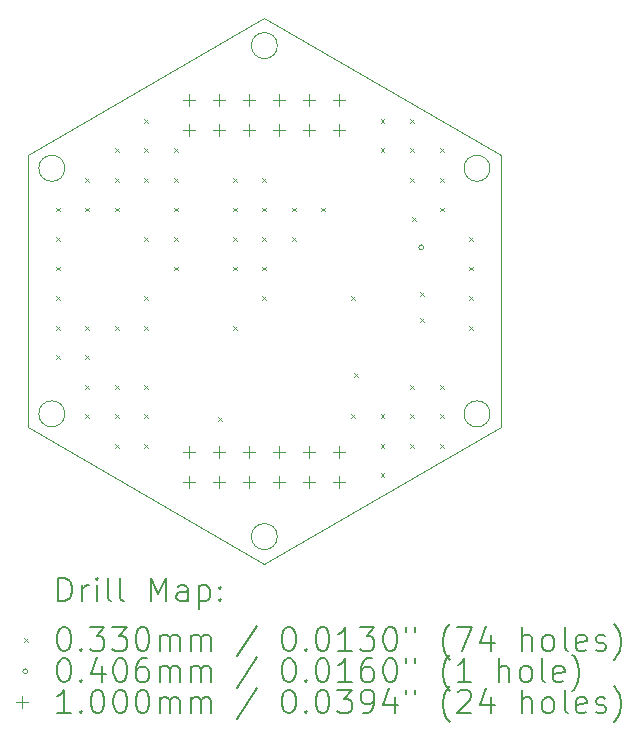
<source format=gbr>
%TF.GenerationSoftware,KiCad,Pcbnew,7.0.5*%
%TF.CreationDate,2023-06-02T12:32:44-04:00*%
%TF.ProjectId,DATA_STORAGE,44415441-5f53-4544-9f52-4147452e6b69,rev?*%
%TF.SameCoordinates,Original*%
%TF.FileFunction,Drillmap*%
%TF.FilePolarity,Positive*%
%FSLAX45Y45*%
G04 Gerber Fmt 4.5, Leading zero omitted, Abs format (unit mm)*
G04 Created by KiCad (PCBNEW 7.0.5) date 2023-06-02 12:32:44*
%MOMM*%
%LPD*%
G01*
G04 APERTURE LIST*
%ADD10C,0.100000*%
%ADD11C,0.200000*%
%ADD12C,0.033020*%
%ADD13C,0.040640*%
G04 APERTURE END LIST*
D10*
X13016000Y-8855761D02*
X13016000Y-11165162D01*
X16926000Y-11049692D02*
G75*
G03*
X16926000Y-11049692I-110000J0D01*
G01*
X13016000Y-11165162D02*
X15016000Y-12319862D01*
X16926000Y-8971231D02*
G75*
G03*
X16926000Y-8971231I-110000J0D01*
G01*
X13326000Y-8971231D02*
G75*
G03*
X13326000Y-8971231I-110000J0D01*
G01*
X15016000Y-7701060D02*
X13016000Y-8855761D01*
X17016000Y-8855761D02*
X15016000Y-7701060D01*
X15126000Y-7932000D02*
G75*
G03*
X15126000Y-7932000I-110000J0D01*
G01*
X15126000Y-12088922D02*
G75*
G03*
X15126000Y-12088922I-110000J0D01*
G01*
X17016000Y-11165162D02*
X17016000Y-8855761D01*
X15016000Y-12319862D02*
X17016000Y-11165162D01*
X13326000Y-11049692D02*
G75*
G03*
X13326000Y-11049692I-110000J0D01*
G01*
D11*
D12*
X13249490Y-9303352D02*
X13282510Y-9336372D01*
X13282510Y-9303352D02*
X13249490Y-9336372D01*
X13249490Y-9553352D02*
X13282510Y-9586372D01*
X13282510Y-9553352D02*
X13249490Y-9586372D01*
X13249490Y-9803352D02*
X13282510Y-9836372D01*
X13282510Y-9803352D02*
X13249490Y-9836372D01*
X13249490Y-10053352D02*
X13282510Y-10086372D01*
X13282510Y-10053352D02*
X13249490Y-10086372D01*
X13249490Y-10303352D02*
X13282510Y-10336372D01*
X13282510Y-10303352D02*
X13249490Y-10336372D01*
X13249490Y-10553352D02*
X13282510Y-10586372D01*
X13282510Y-10553352D02*
X13249490Y-10586372D01*
X13499490Y-9053352D02*
X13532510Y-9086372D01*
X13532510Y-9053352D02*
X13499490Y-9086372D01*
X13499490Y-9303352D02*
X13532510Y-9336372D01*
X13532510Y-9303352D02*
X13499490Y-9336372D01*
X13499490Y-10303352D02*
X13532510Y-10336372D01*
X13532510Y-10303352D02*
X13499490Y-10336372D01*
X13499490Y-10553352D02*
X13532510Y-10586372D01*
X13532510Y-10553352D02*
X13499490Y-10586372D01*
X13499490Y-10803352D02*
X13532510Y-10836372D01*
X13532510Y-10803352D02*
X13499490Y-10836372D01*
X13499490Y-11053352D02*
X13532510Y-11086372D01*
X13532510Y-11053352D02*
X13499490Y-11086372D01*
X13749490Y-8803352D02*
X13782510Y-8836372D01*
X13782510Y-8803352D02*
X13749490Y-8836372D01*
X13749490Y-9053352D02*
X13782510Y-9086372D01*
X13782510Y-9053352D02*
X13749490Y-9086372D01*
X13749490Y-9303352D02*
X13782510Y-9336372D01*
X13782510Y-9303352D02*
X13749490Y-9336372D01*
X13749490Y-10303352D02*
X13782510Y-10336372D01*
X13782510Y-10303352D02*
X13749490Y-10336372D01*
X13749490Y-10803352D02*
X13782510Y-10836372D01*
X13782510Y-10803352D02*
X13749490Y-10836372D01*
X13749490Y-11053352D02*
X13782510Y-11086372D01*
X13782510Y-11053352D02*
X13749490Y-11086372D01*
X13749490Y-11303352D02*
X13782510Y-11336372D01*
X13782510Y-11303352D02*
X13749490Y-11336372D01*
X13999490Y-8553352D02*
X14032510Y-8586372D01*
X14032510Y-8553352D02*
X13999490Y-8586372D01*
X13999490Y-8803352D02*
X14032510Y-8836372D01*
X14032510Y-8803352D02*
X13999490Y-8836372D01*
X13999490Y-9053352D02*
X14032510Y-9086372D01*
X14032510Y-9053352D02*
X13999490Y-9086372D01*
X13999490Y-9553352D02*
X14032510Y-9586372D01*
X14032510Y-9553352D02*
X13999490Y-9586372D01*
X13999490Y-10053352D02*
X14032510Y-10086372D01*
X14032510Y-10053352D02*
X13999490Y-10086372D01*
X13999490Y-10303352D02*
X14032510Y-10336372D01*
X14032510Y-10303352D02*
X13999490Y-10336372D01*
X13999490Y-10803352D02*
X14032510Y-10836372D01*
X14032510Y-10803352D02*
X13999490Y-10836372D01*
X13999490Y-11053352D02*
X14032510Y-11086372D01*
X14032510Y-11053352D02*
X13999490Y-11086372D01*
X13999490Y-11303352D02*
X14032510Y-11336372D01*
X14032510Y-11303352D02*
X13999490Y-11336372D01*
X14249490Y-8803352D02*
X14282510Y-8836372D01*
X14282510Y-8803352D02*
X14249490Y-8836372D01*
X14249490Y-9053352D02*
X14282510Y-9086372D01*
X14282510Y-9053352D02*
X14249490Y-9086372D01*
X14249490Y-9303352D02*
X14282510Y-9336372D01*
X14282510Y-9303352D02*
X14249490Y-9336372D01*
X14249490Y-9553352D02*
X14282510Y-9586372D01*
X14282510Y-9553352D02*
X14249490Y-9586372D01*
X14249490Y-9803352D02*
X14282510Y-9836372D01*
X14282510Y-9803352D02*
X14249490Y-9836372D01*
X14620490Y-11080352D02*
X14653510Y-11113372D01*
X14653510Y-11080352D02*
X14620490Y-11113372D01*
X14749490Y-9053352D02*
X14782510Y-9086372D01*
X14782510Y-9053352D02*
X14749490Y-9086372D01*
X14749490Y-9303352D02*
X14782510Y-9336372D01*
X14782510Y-9303352D02*
X14749490Y-9336372D01*
X14749490Y-9553352D02*
X14782510Y-9586372D01*
X14782510Y-9553352D02*
X14749490Y-9586372D01*
X14749490Y-9803352D02*
X14782510Y-9836372D01*
X14782510Y-9803352D02*
X14749490Y-9836372D01*
X14749490Y-10303352D02*
X14782510Y-10336372D01*
X14782510Y-10303352D02*
X14749490Y-10336372D01*
X14999490Y-9053352D02*
X15032510Y-9086372D01*
X15032510Y-9053352D02*
X14999490Y-9086372D01*
X14999490Y-9303352D02*
X15032510Y-9336372D01*
X15032510Y-9303352D02*
X14999490Y-9336372D01*
X14999490Y-9553352D02*
X15032510Y-9586372D01*
X15032510Y-9553352D02*
X14999490Y-9586372D01*
X14999490Y-9803352D02*
X15032510Y-9836372D01*
X15032510Y-9803352D02*
X14999490Y-9836372D01*
X14999490Y-10053352D02*
X15032510Y-10086372D01*
X15032510Y-10053352D02*
X14999490Y-10086372D01*
X15249490Y-9303352D02*
X15282510Y-9336372D01*
X15282510Y-9303352D02*
X15249490Y-9336372D01*
X15249490Y-9553352D02*
X15282510Y-9586372D01*
X15282510Y-9553352D02*
X15249490Y-9586372D01*
X15499490Y-9303352D02*
X15532510Y-9336372D01*
X15532510Y-9303352D02*
X15499490Y-9336372D01*
X15749490Y-10053352D02*
X15782510Y-10086372D01*
X15782510Y-10053352D02*
X15749490Y-10086372D01*
X15749490Y-11053352D02*
X15782510Y-11086372D01*
X15782510Y-11053352D02*
X15749490Y-11086372D01*
X15775490Y-10704352D02*
X15808510Y-10737372D01*
X15808510Y-10704352D02*
X15775490Y-10737372D01*
X15999490Y-8553352D02*
X16032510Y-8586372D01*
X16032510Y-8553352D02*
X15999490Y-8586372D01*
X15999490Y-8803352D02*
X16032510Y-8836372D01*
X16032510Y-8803352D02*
X15999490Y-8836372D01*
X15999490Y-11053352D02*
X16032510Y-11086372D01*
X16032510Y-11053352D02*
X15999490Y-11086372D01*
X15999490Y-11303352D02*
X16032510Y-11336372D01*
X16032510Y-11303352D02*
X15999490Y-11336372D01*
X15999490Y-11553352D02*
X16032510Y-11586372D01*
X16032510Y-11553352D02*
X15999490Y-11586372D01*
X16249490Y-8553352D02*
X16282510Y-8586372D01*
X16282510Y-8553352D02*
X16249490Y-8586372D01*
X16249490Y-8803352D02*
X16282510Y-8836372D01*
X16282510Y-8803352D02*
X16249490Y-8836372D01*
X16249490Y-9053352D02*
X16282510Y-9086372D01*
X16282510Y-9053352D02*
X16249490Y-9086372D01*
X16249490Y-10803352D02*
X16282510Y-10836372D01*
X16282510Y-10803352D02*
X16249490Y-10836372D01*
X16249490Y-11053352D02*
X16282510Y-11086372D01*
X16282510Y-11053352D02*
X16249490Y-11086372D01*
X16249490Y-11303352D02*
X16282510Y-11336372D01*
X16282510Y-11303352D02*
X16249490Y-11336372D01*
X16262490Y-9380352D02*
X16295510Y-9413372D01*
X16295510Y-9380352D02*
X16262490Y-9413372D01*
X16334490Y-10021451D02*
X16367510Y-10054471D01*
X16367510Y-10021451D02*
X16334490Y-10054471D01*
X16334490Y-10241451D02*
X16367510Y-10274471D01*
X16367510Y-10241451D02*
X16334490Y-10274471D01*
X16499490Y-8803352D02*
X16532510Y-8836372D01*
X16532510Y-8803352D02*
X16499490Y-8836372D01*
X16499490Y-9053352D02*
X16532510Y-9086372D01*
X16532510Y-9053352D02*
X16499490Y-9086372D01*
X16499490Y-9303352D02*
X16532510Y-9336372D01*
X16532510Y-9303352D02*
X16499490Y-9336372D01*
X16499490Y-10803352D02*
X16532510Y-10836372D01*
X16532510Y-10803352D02*
X16499490Y-10836372D01*
X16499490Y-11053352D02*
X16532510Y-11086372D01*
X16532510Y-11053352D02*
X16499490Y-11086372D01*
X16499490Y-11303352D02*
X16532510Y-11336372D01*
X16532510Y-11303352D02*
X16499490Y-11336372D01*
X16749490Y-9553352D02*
X16782510Y-9586372D01*
X16782510Y-9553352D02*
X16749490Y-9586372D01*
X16749490Y-9803352D02*
X16782510Y-9836372D01*
X16782510Y-9803352D02*
X16749490Y-9836372D01*
X16749490Y-10053352D02*
X16782510Y-10086372D01*
X16782510Y-10053352D02*
X16749490Y-10086372D01*
X16749490Y-10303352D02*
X16782510Y-10336372D01*
X16782510Y-10303352D02*
X16749490Y-10336372D01*
D13*
X16364320Y-9639862D02*
G75*
G03*
X16364320Y-9639862I-20320J0D01*
G01*
D10*
X14381000Y-8342560D02*
X14381000Y-8442560D01*
X14331000Y-8392560D02*
X14431000Y-8392560D01*
X14381000Y-8596560D02*
X14381000Y-8696560D01*
X14331000Y-8646560D02*
X14431000Y-8646560D01*
X14381000Y-11324362D02*
X14381000Y-11424362D01*
X14331000Y-11374362D02*
X14431000Y-11374362D01*
X14381000Y-11578362D02*
X14381000Y-11678362D01*
X14331000Y-11628362D02*
X14431000Y-11628362D01*
X14635000Y-8342560D02*
X14635000Y-8442560D01*
X14585000Y-8392560D02*
X14685000Y-8392560D01*
X14635000Y-8596560D02*
X14635000Y-8696560D01*
X14585000Y-8646560D02*
X14685000Y-8646560D01*
X14635000Y-11324362D02*
X14635000Y-11424362D01*
X14585000Y-11374362D02*
X14685000Y-11374362D01*
X14635000Y-11578362D02*
X14635000Y-11678362D01*
X14585000Y-11628362D02*
X14685000Y-11628362D01*
X14889000Y-8342560D02*
X14889000Y-8442560D01*
X14839000Y-8392560D02*
X14939000Y-8392560D01*
X14889000Y-8596560D02*
X14889000Y-8696560D01*
X14839000Y-8646560D02*
X14939000Y-8646560D01*
X14889000Y-11324362D02*
X14889000Y-11424362D01*
X14839000Y-11374362D02*
X14939000Y-11374362D01*
X14889000Y-11578362D02*
X14889000Y-11678362D01*
X14839000Y-11628362D02*
X14939000Y-11628362D01*
X15143000Y-8342560D02*
X15143000Y-8442560D01*
X15093000Y-8392560D02*
X15193000Y-8392560D01*
X15143000Y-8596560D02*
X15143000Y-8696560D01*
X15093000Y-8646560D02*
X15193000Y-8646560D01*
X15143000Y-11324362D02*
X15143000Y-11424362D01*
X15093000Y-11374362D02*
X15193000Y-11374362D01*
X15143000Y-11578362D02*
X15143000Y-11678362D01*
X15093000Y-11628362D02*
X15193000Y-11628362D01*
X15397000Y-8342560D02*
X15397000Y-8442560D01*
X15347000Y-8392560D02*
X15447000Y-8392560D01*
X15397000Y-8596560D02*
X15397000Y-8696560D01*
X15347000Y-8646560D02*
X15447000Y-8646560D01*
X15397000Y-11324362D02*
X15397000Y-11424362D01*
X15347000Y-11374362D02*
X15447000Y-11374362D01*
X15397000Y-11578362D02*
X15397000Y-11678362D01*
X15347000Y-11628362D02*
X15447000Y-11628362D01*
X15651000Y-8342560D02*
X15651000Y-8442560D01*
X15601000Y-8392560D02*
X15701000Y-8392560D01*
X15651000Y-8596560D02*
X15651000Y-8696560D01*
X15601000Y-8646560D02*
X15701000Y-8646560D01*
X15651000Y-11324362D02*
X15651000Y-11424362D01*
X15601000Y-11374362D02*
X15701000Y-11374362D01*
X15651000Y-11578362D02*
X15651000Y-11678362D01*
X15601000Y-11628362D02*
X15701000Y-11628362D01*
D11*
X13271777Y-12636346D02*
X13271777Y-12436346D01*
X13271777Y-12436346D02*
X13319396Y-12436346D01*
X13319396Y-12436346D02*
X13347967Y-12445870D01*
X13347967Y-12445870D02*
X13367015Y-12464917D01*
X13367015Y-12464917D02*
X13376539Y-12483965D01*
X13376539Y-12483965D02*
X13386062Y-12522060D01*
X13386062Y-12522060D02*
X13386062Y-12550632D01*
X13386062Y-12550632D02*
X13376539Y-12588727D01*
X13376539Y-12588727D02*
X13367015Y-12607774D01*
X13367015Y-12607774D02*
X13347967Y-12626822D01*
X13347967Y-12626822D02*
X13319396Y-12636346D01*
X13319396Y-12636346D02*
X13271777Y-12636346D01*
X13471777Y-12636346D02*
X13471777Y-12503012D01*
X13471777Y-12541108D02*
X13481301Y-12522060D01*
X13481301Y-12522060D02*
X13490824Y-12512536D01*
X13490824Y-12512536D02*
X13509872Y-12503012D01*
X13509872Y-12503012D02*
X13528920Y-12503012D01*
X13595586Y-12636346D02*
X13595586Y-12503012D01*
X13595586Y-12436346D02*
X13586062Y-12445870D01*
X13586062Y-12445870D02*
X13595586Y-12455393D01*
X13595586Y-12455393D02*
X13605110Y-12445870D01*
X13605110Y-12445870D02*
X13595586Y-12436346D01*
X13595586Y-12436346D02*
X13595586Y-12455393D01*
X13719396Y-12636346D02*
X13700348Y-12626822D01*
X13700348Y-12626822D02*
X13690824Y-12607774D01*
X13690824Y-12607774D02*
X13690824Y-12436346D01*
X13824158Y-12636346D02*
X13805110Y-12626822D01*
X13805110Y-12626822D02*
X13795586Y-12607774D01*
X13795586Y-12607774D02*
X13795586Y-12436346D01*
X14052729Y-12636346D02*
X14052729Y-12436346D01*
X14052729Y-12436346D02*
X14119396Y-12579203D01*
X14119396Y-12579203D02*
X14186062Y-12436346D01*
X14186062Y-12436346D02*
X14186062Y-12636346D01*
X14367015Y-12636346D02*
X14367015Y-12531584D01*
X14367015Y-12531584D02*
X14357491Y-12512536D01*
X14357491Y-12512536D02*
X14338443Y-12503012D01*
X14338443Y-12503012D02*
X14300348Y-12503012D01*
X14300348Y-12503012D02*
X14281301Y-12512536D01*
X14367015Y-12626822D02*
X14347967Y-12636346D01*
X14347967Y-12636346D02*
X14300348Y-12636346D01*
X14300348Y-12636346D02*
X14281301Y-12626822D01*
X14281301Y-12626822D02*
X14271777Y-12607774D01*
X14271777Y-12607774D02*
X14271777Y-12588727D01*
X14271777Y-12588727D02*
X14281301Y-12569679D01*
X14281301Y-12569679D02*
X14300348Y-12560155D01*
X14300348Y-12560155D02*
X14347967Y-12560155D01*
X14347967Y-12560155D02*
X14367015Y-12550632D01*
X14462253Y-12503012D02*
X14462253Y-12703012D01*
X14462253Y-12512536D02*
X14481301Y-12503012D01*
X14481301Y-12503012D02*
X14519396Y-12503012D01*
X14519396Y-12503012D02*
X14538443Y-12512536D01*
X14538443Y-12512536D02*
X14547967Y-12522060D01*
X14547967Y-12522060D02*
X14557491Y-12541108D01*
X14557491Y-12541108D02*
X14557491Y-12598251D01*
X14557491Y-12598251D02*
X14547967Y-12617298D01*
X14547967Y-12617298D02*
X14538443Y-12626822D01*
X14538443Y-12626822D02*
X14519396Y-12636346D01*
X14519396Y-12636346D02*
X14481301Y-12636346D01*
X14481301Y-12636346D02*
X14462253Y-12626822D01*
X14643205Y-12617298D02*
X14652729Y-12626822D01*
X14652729Y-12626822D02*
X14643205Y-12636346D01*
X14643205Y-12636346D02*
X14633682Y-12626822D01*
X14633682Y-12626822D02*
X14643205Y-12617298D01*
X14643205Y-12617298D02*
X14643205Y-12636346D01*
X14643205Y-12512536D02*
X14652729Y-12522060D01*
X14652729Y-12522060D02*
X14643205Y-12531584D01*
X14643205Y-12531584D02*
X14633682Y-12522060D01*
X14633682Y-12522060D02*
X14643205Y-12512536D01*
X14643205Y-12512536D02*
X14643205Y-12531584D01*
D12*
X12977980Y-12948352D02*
X13011000Y-12981372D01*
X13011000Y-12948352D02*
X12977980Y-12981372D01*
D11*
X13309872Y-12856346D02*
X13328920Y-12856346D01*
X13328920Y-12856346D02*
X13347967Y-12865870D01*
X13347967Y-12865870D02*
X13357491Y-12875393D01*
X13357491Y-12875393D02*
X13367015Y-12894441D01*
X13367015Y-12894441D02*
X13376539Y-12932536D01*
X13376539Y-12932536D02*
X13376539Y-12980155D01*
X13376539Y-12980155D02*
X13367015Y-13018251D01*
X13367015Y-13018251D02*
X13357491Y-13037298D01*
X13357491Y-13037298D02*
X13347967Y-13046822D01*
X13347967Y-13046822D02*
X13328920Y-13056346D01*
X13328920Y-13056346D02*
X13309872Y-13056346D01*
X13309872Y-13056346D02*
X13290824Y-13046822D01*
X13290824Y-13046822D02*
X13281301Y-13037298D01*
X13281301Y-13037298D02*
X13271777Y-13018251D01*
X13271777Y-13018251D02*
X13262253Y-12980155D01*
X13262253Y-12980155D02*
X13262253Y-12932536D01*
X13262253Y-12932536D02*
X13271777Y-12894441D01*
X13271777Y-12894441D02*
X13281301Y-12875393D01*
X13281301Y-12875393D02*
X13290824Y-12865870D01*
X13290824Y-12865870D02*
X13309872Y-12856346D01*
X13462253Y-13037298D02*
X13471777Y-13046822D01*
X13471777Y-13046822D02*
X13462253Y-13056346D01*
X13462253Y-13056346D02*
X13452729Y-13046822D01*
X13452729Y-13046822D02*
X13462253Y-13037298D01*
X13462253Y-13037298D02*
X13462253Y-13056346D01*
X13538443Y-12856346D02*
X13662253Y-12856346D01*
X13662253Y-12856346D02*
X13595586Y-12932536D01*
X13595586Y-12932536D02*
X13624158Y-12932536D01*
X13624158Y-12932536D02*
X13643205Y-12942060D01*
X13643205Y-12942060D02*
X13652729Y-12951584D01*
X13652729Y-12951584D02*
X13662253Y-12970632D01*
X13662253Y-12970632D02*
X13662253Y-13018251D01*
X13662253Y-13018251D02*
X13652729Y-13037298D01*
X13652729Y-13037298D02*
X13643205Y-13046822D01*
X13643205Y-13046822D02*
X13624158Y-13056346D01*
X13624158Y-13056346D02*
X13567015Y-13056346D01*
X13567015Y-13056346D02*
X13547967Y-13046822D01*
X13547967Y-13046822D02*
X13538443Y-13037298D01*
X13728920Y-12856346D02*
X13852729Y-12856346D01*
X13852729Y-12856346D02*
X13786062Y-12932536D01*
X13786062Y-12932536D02*
X13814634Y-12932536D01*
X13814634Y-12932536D02*
X13833682Y-12942060D01*
X13833682Y-12942060D02*
X13843205Y-12951584D01*
X13843205Y-12951584D02*
X13852729Y-12970632D01*
X13852729Y-12970632D02*
X13852729Y-13018251D01*
X13852729Y-13018251D02*
X13843205Y-13037298D01*
X13843205Y-13037298D02*
X13833682Y-13046822D01*
X13833682Y-13046822D02*
X13814634Y-13056346D01*
X13814634Y-13056346D02*
X13757491Y-13056346D01*
X13757491Y-13056346D02*
X13738443Y-13046822D01*
X13738443Y-13046822D02*
X13728920Y-13037298D01*
X13976539Y-12856346D02*
X13995586Y-12856346D01*
X13995586Y-12856346D02*
X14014634Y-12865870D01*
X14014634Y-12865870D02*
X14024158Y-12875393D01*
X14024158Y-12875393D02*
X14033682Y-12894441D01*
X14033682Y-12894441D02*
X14043205Y-12932536D01*
X14043205Y-12932536D02*
X14043205Y-12980155D01*
X14043205Y-12980155D02*
X14033682Y-13018251D01*
X14033682Y-13018251D02*
X14024158Y-13037298D01*
X14024158Y-13037298D02*
X14014634Y-13046822D01*
X14014634Y-13046822D02*
X13995586Y-13056346D01*
X13995586Y-13056346D02*
X13976539Y-13056346D01*
X13976539Y-13056346D02*
X13957491Y-13046822D01*
X13957491Y-13046822D02*
X13947967Y-13037298D01*
X13947967Y-13037298D02*
X13938443Y-13018251D01*
X13938443Y-13018251D02*
X13928920Y-12980155D01*
X13928920Y-12980155D02*
X13928920Y-12932536D01*
X13928920Y-12932536D02*
X13938443Y-12894441D01*
X13938443Y-12894441D02*
X13947967Y-12875393D01*
X13947967Y-12875393D02*
X13957491Y-12865870D01*
X13957491Y-12865870D02*
X13976539Y-12856346D01*
X14128920Y-13056346D02*
X14128920Y-12923012D01*
X14128920Y-12942060D02*
X14138443Y-12932536D01*
X14138443Y-12932536D02*
X14157491Y-12923012D01*
X14157491Y-12923012D02*
X14186063Y-12923012D01*
X14186063Y-12923012D02*
X14205110Y-12932536D01*
X14205110Y-12932536D02*
X14214634Y-12951584D01*
X14214634Y-12951584D02*
X14214634Y-13056346D01*
X14214634Y-12951584D02*
X14224158Y-12932536D01*
X14224158Y-12932536D02*
X14243205Y-12923012D01*
X14243205Y-12923012D02*
X14271777Y-12923012D01*
X14271777Y-12923012D02*
X14290824Y-12932536D01*
X14290824Y-12932536D02*
X14300348Y-12951584D01*
X14300348Y-12951584D02*
X14300348Y-13056346D01*
X14395586Y-13056346D02*
X14395586Y-12923012D01*
X14395586Y-12942060D02*
X14405110Y-12932536D01*
X14405110Y-12932536D02*
X14424158Y-12923012D01*
X14424158Y-12923012D02*
X14452729Y-12923012D01*
X14452729Y-12923012D02*
X14471777Y-12932536D01*
X14471777Y-12932536D02*
X14481301Y-12951584D01*
X14481301Y-12951584D02*
X14481301Y-13056346D01*
X14481301Y-12951584D02*
X14490824Y-12932536D01*
X14490824Y-12932536D02*
X14509872Y-12923012D01*
X14509872Y-12923012D02*
X14538443Y-12923012D01*
X14538443Y-12923012D02*
X14557491Y-12932536D01*
X14557491Y-12932536D02*
X14567015Y-12951584D01*
X14567015Y-12951584D02*
X14567015Y-13056346D01*
X14957491Y-12846822D02*
X14786063Y-13103965D01*
X15214634Y-12856346D02*
X15233682Y-12856346D01*
X15233682Y-12856346D02*
X15252729Y-12865870D01*
X15252729Y-12865870D02*
X15262253Y-12875393D01*
X15262253Y-12875393D02*
X15271777Y-12894441D01*
X15271777Y-12894441D02*
X15281301Y-12932536D01*
X15281301Y-12932536D02*
X15281301Y-12980155D01*
X15281301Y-12980155D02*
X15271777Y-13018251D01*
X15271777Y-13018251D02*
X15262253Y-13037298D01*
X15262253Y-13037298D02*
X15252729Y-13046822D01*
X15252729Y-13046822D02*
X15233682Y-13056346D01*
X15233682Y-13056346D02*
X15214634Y-13056346D01*
X15214634Y-13056346D02*
X15195586Y-13046822D01*
X15195586Y-13046822D02*
X15186063Y-13037298D01*
X15186063Y-13037298D02*
X15176539Y-13018251D01*
X15176539Y-13018251D02*
X15167015Y-12980155D01*
X15167015Y-12980155D02*
X15167015Y-12932536D01*
X15167015Y-12932536D02*
X15176539Y-12894441D01*
X15176539Y-12894441D02*
X15186063Y-12875393D01*
X15186063Y-12875393D02*
X15195586Y-12865870D01*
X15195586Y-12865870D02*
X15214634Y-12856346D01*
X15367015Y-13037298D02*
X15376539Y-13046822D01*
X15376539Y-13046822D02*
X15367015Y-13056346D01*
X15367015Y-13056346D02*
X15357491Y-13046822D01*
X15357491Y-13046822D02*
X15367015Y-13037298D01*
X15367015Y-13037298D02*
X15367015Y-13056346D01*
X15500348Y-12856346D02*
X15519396Y-12856346D01*
X15519396Y-12856346D02*
X15538444Y-12865870D01*
X15538444Y-12865870D02*
X15547967Y-12875393D01*
X15547967Y-12875393D02*
X15557491Y-12894441D01*
X15557491Y-12894441D02*
X15567015Y-12932536D01*
X15567015Y-12932536D02*
X15567015Y-12980155D01*
X15567015Y-12980155D02*
X15557491Y-13018251D01*
X15557491Y-13018251D02*
X15547967Y-13037298D01*
X15547967Y-13037298D02*
X15538444Y-13046822D01*
X15538444Y-13046822D02*
X15519396Y-13056346D01*
X15519396Y-13056346D02*
X15500348Y-13056346D01*
X15500348Y-13056346D02*
X15481301Y-13046822D01*
X15481301Y-13046822D02*
X15471777Y-13037298D01*
X15471777Y-13037298D02*
X15462253Y-13018251D01*
X15462253Y-13018251D02*
X15452729Y-12980155D01*
X15452729Y-12980155D02*
X15452729Y-12932536D01*
X15452729Y-12932536D02*
X15462253Y-12894441D01*
X15462253Y-12894441D02*
X15471777Y-12875393D01*
X15471777Y-12875393D02*
X15481301Y-12865870D01*
X15481301Y-12865870D02*
X15500348Y-12856346D01*
X15757491Y-13056346D02*
X15643206Y-13056346D01*
X15700348Y-13056346D02*
X15700348Y-12856346D01*
X15700348Y-12856346D02*
X15681301Y-12884917D01*
X15681301Y-12884917D02*
X15662253Y-12903965D01*
X15662253Y-12903965D02*
X15643206Y-12913489D01*
X15824158Y-12856346D02*
X15947967Y-12856346D01*
X15947967Y-12856346D02*
X15881301Y-12932536D01*
X15881301Y-12932536D02*
X15909872Y-12932536D01*
X15909872Y-12932536D02*
X15928920Y-12942060D01*
X15928920Y-12942060D02*
X15938444Y-12951584D01*
X15938444Y-12951584D02*
X15947967Y-12970632D01*
X15947967Y-12970632D02*
X15947967Y-13018251D01*
X15947967Y-13018251D02*
X15938444Y-13037298D01*
X15938444Y-13037298D02*
X15928920Y-13046822D01*
X15928920Y-13046822D02*
X15909872Y-13056346D01*
X15909872Y-13056346D02*
X15852729Y-13056346D01*
X15852729Y-13056346D02*
X15833682Y-13046822D01*
X15833682Y-13046822D02*
X15824158Y-13037298D01*
X16071777Y-12856346D02*
X16090825Y-12856346D01*
X16090825Y-12856346D02*
X16109872Y-12865870D01*
X16109872Y-12865870D02*
X16119396Y-12875393D01*
X16119396Y-12875393D02*
X16128920Y-12894441D01*
X16128920Y-12894441D02*
X16138444Y-12932536D01*
X16138444Y-12932536D02*
X16138444Y-12980155D01*
X16138444Y-12980155D02*
X16128920Y-13018251D01*
X16128920Y-13018251D02*
X16119396Y-13037298D01*
X16119396Y-13037298D02*
X16109872Y-13046822D01*
X16109872Y-13046822D02*
X16090825Y-13056346D01*
X16090825Y-13056346D02*
X16071777Y-13056346D01*
X16071777Y-13056346D02*
X16052729Y-13046822D01*
X16052729Y-13046822D02*
X16043206Y-13037298D01*
X16043206Y-13037298D02*
X16033682Y-13018251D01*
X16033682Y-13018251D02*
X16024158Y-12980155D01*
X16024158Y-12980155D02*
X16024158Y-12932536D01*
X16024158Y-12932536D02*
X16033682Y-12894441D01*
X16033682Y-12894441D02*
X16043206Y-12875393D01*
X16043206Y-12875393D02*
X16052729Y-12865870D01*
X16052729Y-12865870D02*
X16071777Y-12856346D01*
X16214634Y-12856346D02*
X16214634Y-12894441D01*
X16290825Y-12856346D02*
X16290825Y-12894441D01*
X16586063Y-13132536D02*
X16576539Y-13123012D01*
X16576539Y-13123012D02*
X16557491Y-13094441D01*
X16557491Y-13094441D02*
X16547968Y-13075393D01*
X16547968Y-13075393D02*
X16538444Y-13046822D01*
X16538444Y-13046822D02*
X16528920Y-12999203D01*
X16528920Y-12999203D02*
X16528920Y-12961108D01*
X16528920Y-12961108D02*
X16538444Y-12913489D01*
X16538444Y-12913489D02*
X16547968Y-12884917D01*
X16547968Y-12884917D02*
X16557491Y-12865870D01*
X16557491Y-12865870D02*
X16576539Y-12837298D01*
X16576539Y-12837298D02*
X16586063Y-12827774D01*
X16643206Y-12856346D02*
X16776539Y-12856346D01*
X16776539Y-12856346D02*
X16690825Y-13056346D01*
X16938444Y-12923012D02*
X16938444Y-13056346D01*
X16890825Y-12846822D02*
X16843206Y-12989679D01*
X16843206Y-12989679D02*
X16967015Y-12989679D01*
X17195587Y-13056346D02*
X17195587Y-12856346D01*
X17281301Y-13056346D02*
X17281301Y-12951584D01*
X17281301Y-12951584D02*
X17271777Y-12932536D01*
X17271777Y-12932536D02*
X17252730Y-12923012D01*
X17252730Y-12923012D02*
X17224158Y-12923012D01*
X17224158Y-12923012D02*
X17205111Y-12932536D01*
X17205111Y-12932536D02*
X17195587Y-12942060D01*
X17405111Y-13056346D02*
X17386063Y-13046822D01*
X17386063Y-13046822D02*
X17376539Y-13037298D01*
X17376539Y-13037298D02*
X17367015Y-13018251D01*
X17367015Y-13018251D02*
X17367015Y-12961108D01*
X17367015Y-12961108D02*
X17376539Y-12942060D01*
X17376539Y-12942060D02*
X17386063Y-12932536D01*
X17386063Y-12932536D02*
X17405111Y-12923012D01*
X17405111Y-12923012D02*
X17433682Y-12923012D01*
X17433682Y-12923012D02*
X17452730Y-12932536D01*
X17452730Y-12932536D02*
X17462253Y-12942060D01*
X17462253Y-12942060D02*
X17471777Y-12961108D01*
X17471777Y-12961108D02*
X17471777Y-13018251D01*
X17471777Y-13018251D02*
X17462253Y-13037298D01*
X17462253Y-13037298D02*
X17452730Y-13046822D01*
X17452730Y-13046822D02*
X17433682Y-13056346D01*
X17433682Y-13056346D02*
X17405111Y-13056346D01*
X17586063Y-13056346D02*
X17567015Y-13046822D01*
X17567015Y-13046822D02*
X17557492Y-13027774D01*
X17557492Y-13027774D02*
X17557492Y-12856346D01*
X17738444Y-13046822D02*
X17719396Y-13056346D01*
X17719396Y-13056346D02*
X17681301Y-13056346D01*
X17681301Y-13056346D02*
X17662253Y-13046822D01*
X17662253Y-13046822D02*
X17652730Y-13027774D01*
X17652730Y-13027774D02*
X17652730Y-12951584D01*
X17652730Y-12951584D02*
X17662253Y-12932536D01*
X17662253Y-12932536D02*
X17681301Y-12923012D01*
X17681301Y-12923012D02*
X17719396Y-12923012D01*
X17719396Y-12923012D02*
X17738444Y-12932536D01*
X17738444Y-12932536D02*
X17747968Y-12951584D01*
X17747968Y-12951584D02*
X17747968Y-12970632D01*
X17747968Y-12970632D02*
X17652730Y-12989679D01*
X17824158Y-13046822D02*
X17843206Y-13056346D01*
X17843206Y-13056346D02*
X17881301Y-13056346D01*
X17881301Y-13056346D02*
X17900349Y-13046822D01*
X17900349Y-13046822D02*
X17909873Y-13027774D01*
X17909873Y-13027774D02*
X17909873Y-13018251D01*
X17909873Y-13018251D02*
X17900349Y-12999203D01*
X17900349Y-12999203D02*
X17881301Y-12989679D01*
X17881301Y-12989679D02*
X17852730Y-12989679D01*
X17852730Y-12989679D02*
X17833682Y-12980155D01*
X17833682Y-12980155D02*
X17824158Y-12961108D01*
X17824158Y-12961108D02*
X17824158Y-12951584D01*
X17824158Y-12951584D02*
X17833682Y-12932536D01*
X17833682Y-12932536D02*
X17852730Y-12923012D01*
X17852730Y-12923012D02*
X17881301Y-12923012D01*
X17881301Y-12923012D02*
X17900349Y-12932536D01*
X17976539Y-13132536D02*
X17986063Y-13123012D01*
X17986063Y-13123012D02*
X18005111Y-13094441D01*
X18005111Y-13094441D02*
X18014634Y-13075393D01*
X18014634Y-13075393D02*
X18024158Y-13046822D01*
X18024158Y-13046822D02*
X18033682Y-12999203D01*
X18033682Y-12999203D02*
X18033682Y-12961108D01*
X18033682Y-12961108D02*
X18024158Y-12913489D01*
X18024158Y-12913489D02*
X18014634Y-12884917D01*
X18014634Y-12884917D02*
X18005111Y-12865870D01*
X18005111Y-12865870D02*
X17986063Y-12837298D01*
X17986063Y-12837298D02*
X17976539Y-12827774D01*
D13*
X13011000Y-13228862D02*
G75*
G03*
X13011000Y-13228862I-20320J0D01*
G01*
D11*
X13309872Y-13120346D02*
X13328920Y-13120346D01*
X13328920Y-13120346D02*
X13347967Y-13129870D01*
X13347967Y-13129870D02*
X13357491Y-13139393D01*
X13357491Y-13139393D02*
X13367015Y-13158441D01*
X13367015Y-13158441D02*
X13376539Y-13196536D01*
X13376539Y-13196536D02*
X13376539Y-13244155D01*
X13376539Y-13244155D02*
X13367015Y-13282251D01*
X13367015Y-13282251D02*
X13357491Y-13301298D01*
X13357491Y-13301298D02*
X13347967Y-13310822D01*
X13347967Y-13310822D02*
X13328920Y-13320346D01*
X13328920Y-13320346D02*
X13309872Y-13320346D01*
X13309872Y-13320346D02*
X13290824Y-13310822D01*
X13290824Y-13310822D02*
X13281301Y-13301298D01*
X13281301Y-13301298D02*
X13271777Y-13282251D01*
X13271777Y-13282251D02*
X13262253Y-13244155D01*
X13262253Y-13244155D02*
X13262253Y-13196536D01*
X13262253Y-13196536D02*
X13271777Y-13158441D01*
X13271777Y-13158441D02*
X13281301Y-13139393D01*
X13281301Y-13139393D02*
X13290824Y-13129870D01*
X13290824Y-13129870D02*
X13309872Y-13120346D01*
X13462253Y-13301298D02*
X13471777Y-13310822D01*
X13471777Y-13310822D02*
X13462253Y-13320346D01*
X13462253Y-13320346D02*
X13452729Y-13310822D01*
X13452729Y-13310822D02*
X13462253Y-13301298D01*
X13462253Y-13301298D02*
X13462253Y-13320346D01*
X13643205Y-13187012D02*
X13643205Y-13320346D01*
X13595586Y-13110822D02*
X13547967Y-13253679D01*
X13547967Y-13253679D02*
X13671777Y-13253679D01*
X13786062Y-13120346D02*
X13805110Y-13120346D01*
X13805110Y-13120346D02*
X13824158Y-13129870D01*
X13824158Y-13129870D02*
X13833682Y-13139393D01*
X13833682Y-13139393D02*
X13843205Y-13158441D01*
X13843205Y-13158441D02*
X13852729Y-13196536D01*
X13852729Y-13196536D02*
X13852729Y-13244155D01*
X13852729Y-13244155D02*
X13843205Y-13282251D01*
X13843205Y-13282251D02*
X13833682Y-13301298D01*
X13833682Y-13301298D02*
X13824158Y-13310822D01*
X13824158Y-13310822D02*
X13805110Y-13320346D01*
X13805110Y-13320346D02*
X13786062Y-13320346D01*
X13786062Y-13320346D02*
X13767015Y-13310822D01*
X13767015Y-13310822D02*
X13757491Y-13301298D01*
X13757491Y-13301298D02*
X13747967Y-13282251D01*
X13747967Y-13282251D02*
X13738443Y-13244155D01*
X13738443Y-13244155D02*
X13738443Y-13196536D01*
X13738443Y-13196536D02*
X13747967Y-13158441D01*
X13747967Y-13158441D02*
X13757491Y-13139393D01*
X13757491Y-13139393D02*
X13767015Y-13129870D01*
X13767015Y-13129870D02*
X13786062Y-13120346D01*
X14024158Y-13120346D02*
X13986062Y-13120346D01*
X13986062Y-13120346D02*
X13967015Y-13129870D01*
X13967015Y-13129870D02*
X13957491Y-13139393D01*
X13957491Y-13139393D02*
X13938443Y-13167965D01*
X13938443Y-13167965D02*
X13928920Y-13206060D01*
X13928920Y-13206060D02*
X13928920Y-13282251D01*
X13928920Y-13282251D02*
X13938443Y-13301298D01*
X13938443Y-13301298D02*
X13947967Y-13310822D01*
X13947967Y-13310822D02*
X13967015Y-13320346D01*
X13967015Y-13320346D02*
X14005110Y-13320346D01*
X14005110Y-13320346D02*
X14024158Y-13310822D01*
X14024158Y-13310822D02*
X14033682Y-13301298D01*
X14033682Y-13301298D02*
X14043205Y-13282251D01*
X14043205Y-13282251D02*
X14043205Y-13234632D01*
X14043205Y-13234632D02*
X14033682Y-13215584D01*
X14033682Y-13215584D02*
X14024158Y-13206060D01*
X14024158Y-13206060D02*
X14005110Y-13196536D01*
X14005110Y-13196536D02*
X13967015Y-13196536D01*
X13967015Y-13196536D02*
X13947967Y-13206060D01*
X13947967Y-13206060D02*
X13938443Y-13215584D01*
X13938443Y-13215584D02*
X13928920Y-13234632D01*
X14128920Y-13320346D02*
X14128920Y-13187012D01*
X14128920Y-13206060D02*
X14138443Y-13196536D01*
X14138443Y-13196536D02*
X14157491Y-13187012D01*
X14157491Y-13187012D02*
X14186063Y-13187012D01*
X14186063Y-13187012D02*
X14205110Y-13196536D01*
X14205110Y-13196536D02*
X14214634Y-13215584D01*
X14214634Y-13215584D02*
X14214634Y-13320346D01*
X14214634Y-13215584D02*
X14224158Y-13196536D01*
X14224158Y-13196536D02*
X14243205Y-13187012D01*
X14243205Y-13187012D02*
X14271777Y-13187012D01*
X14271777Y-13187012D02*
X14290824Y-13196536D01*
X14290824Y-13196536D02*
X14300348Y-13215584D01*
X14300348Y-13215584D02*
X14300348Y-13320346D01*
X14395586Y-13320346D02*
X14395586Y-13187012D01*
X14395586Y-13206060D02*
X14405110Y-13196536D01*
X14405110Y-13196536D02*
X14424158Y-13187012D01*
X14424158Y-13187012D02*
X14452729Y-13187012D01*
X14452729Y-13187012D02*
X14471777Y-13196536D01*
X14471777Y-13196536D02*
X14481301Y-13215584D01*
X14481301Y-13215584D02*
X14481301Y-13320346D01*
X14481301Y-13215584D02*
X14490824Y-13196536D01*
X14490824Y-13196536D02*
X14509872Y-13187012D01*
X14509872Y-13187012D02*
X14538443Y-13187012D01*
X14538443Y-13187012D02*
X14557491Y-13196536D01*
X14557491Y-13196536D02*
X14567015Y-13215584D01*
X14567015Y-13215584D02*
X14567015Y-13320346D01*
X14957491Y-13110822D02*
X14786063Y-13367965D01*
X15214634Y-13120346D02*
X15233682Y-13120346D01*
X15233682Y-13120346D02*
X15252729Y-13129870D01*
X15252729Y-13129870D02*
X15262253Y-13139393D01*
X15262253Y-13139393D02*
X15271777Y-13158441D01*
X15271777Y-13158441D02*
X15281301Y-13196536D01*
X15281301Y-13196536D02*
X15281301Y-13244155D01*
X15281301Y-13244155D02*
X15271777Y-13282251D01*
X15271777Y-13282251D02*
X15262253Y-13301298D01*
X15262253Y-13301298D02*
X15252729Y-13310822D01*
X15252729Y-13310822D02*
X15233682Y-13320346D01*
X15233682Y-13320346D02*
X15214634Y-13320346D01*
X15214634Y-13320346D02*
X15195586Y-13310822D01*
X15195586Y-13310822D02*
X15186063Y-13301298D01*
X15186063Y-13301298D02*
X15176539Y-13282251D01*
X15176539Y-13282251D02*
X15167015Y-13244155D01*
X15167015Y-13244155D02*
X15167015Y-13196536D01*
X15167015Y-13196536D02*
X15176539Y-13158441D01*
X15176539Y-13158441D02*
X15186063Y-13139393D01*
X15186063Y-13139393D02*
X15195586Y-13129870D01*
X15195586Y-13129870D02*
X15214634Y-13120346D01*
X15367015Y-13301298D02*
X15376539Y-13310822D01*
X15376539Y-13310822D02*
X15367015Y-13320346D01*
X15367015Y-13320346D02*
X15357491Y-13310822D01*
X15357491Y-13310822D02*
X15367015Y-13301298D01*
X15367015Y-13301298D02*
X15367015Y-13320346D01*
X15500348Y-13120346D02*
X15519396Y-13120346D01*
X15519396Y-13120346D02*
X15538444Y-13129870D01*
X15538444Y-13129870D02*
X15547967Y-13139393D01*
X15547967Y-13139393D02*
X15557491Y-13158441D01*
X15557491Y-13158441D02*
X15567015Y-13196536D01*
X15567015Y-13196536D02*
X15567015Y-13244155D01*
X15567015Y-13244155D02*
X15557491Y-13282251D01*
X15557491Y-13282251D02*
X15547967Y-13301298D01*
X15547967Y-13301298D02*
X15538444Y-13310822D01*
X15538444Y-13310822D02*
X15519396Y-13320346D01*
X15519396Y-13320346D02*
X15500348Y-13320346D01*
X15500348Y-13320346D02*
X15481301Y-13310822D01*
X15481301Y-13310822D02*
X15471777Y-13301298D01*
X15471777Y-13301298D02*
X15462253Y-13282251D01*
X15462253Y-13282251D02*
X15452729Y-13244155D01*
X15452729Y-13244155D02*
X15452729Y-13196536D01*
X15452729Y-13196536D02*
X15462253Y-13158441D01*
X15462253Y-13158441D02*
X15471777Y-13139393D01*
X15471777Y-13139393D02*
X15481301Y-13129870D01*
X15481301Y-13129870D02*
X15500348Y-13120346D01*
X15757491Y-13320346D02*
X15643206Y-13320346D01*
X15700348Y-13320346D02*
X15700348Y-13120346D01*
X15700348Y-13120346D02*
X15681301Y-13148917D01*
X15681301Y-13148917D02*
X15662253Y-13167965D01*
X15662253Y-13167965D02*
X15643206Y-13177489D01*
X15928920Y-13120346D02*
X15890825Y-13120346D01*
X15890825Y-13120346D02*
X15871777Y-13129870D01*
X15871777Y-13129870D02*
X15862253Y-13139393D01*
X15862253Y-13139393D02*
X15843206Y-13167965D01*
X15843206Y-13167965D02*
X15833682Y-13206060D01*
X15833682Y-13206060D02*
X15833682Y-13282251D01*
X15833682Y-13282251D02*
X15843206Y-13301298D01*
X15843206Y-13301298D02*
X15852729Y-13310822D01*
X15852729Y-13310822D02*
X15871777Y-13320346D01*
X15871777Y-13320346D02*
X15909872Y-13320346D01*
X15909872Y-13320346D02*
X15928920Y-13310822D01*
X15928920Y-13310822D02*
X15938444Y-13301298D01*
X15938444Y-13301298D02*
X15947967Y-13282251D01*
X15947967Y-13282251D02*
X15947967Y-13234632D01*
X15947967Y-13234632D02*
X15938444Y-13215584D01*
X15938444Y-13215584D02*
X15928920Y-13206060D01*
X15928920Y-13206060D02*
X15909872Y-13196536D01*
X15909872Y-13196536D02*
X15871777Y-13196536D01*
X15871777Y-13196536D02*
X15852729Y-13206060D01*
X15852729Y-13206060D02*
X15843206Y-13215584D01*
X15843206Y-13215584D02*
X15833682Y-13234632D01*
X16071777Y-13120346D02*
X16090825Y-13120346D01*
X16090825Y-13120346D02*
X16109872Y-13129870D01*
X16109872Y-13129870D02*
X16119396Y-13139393D01*
X16119396Y-13139393D02*
X16128920Y-13158441D01*
X16128920Y-13158441D02*
X16138444Y-13196536D01*
X16138444Y-13196536D02*
X16138444Y-13244155D01*
X16138444Y-13244155D02*
X16128920Y-13282251D01*
X16128920Y-13282251D02*
X16119396Y-13301298D01*
X16119396Y-13301298D02*
X16109872Y-13310822D01*
X16109872Y-13310822D02*
X16090825Y-13320346D01*
X16090825Y-13320346D02*
X16071777Y-13320346D01*
X16071777Y-13320346D02*
X16052729Y-13310822D01*
X16052729Y-13310822D02*
X16043206Y-13301298D01*
X16043206Y-13301298D02*
X16033682Y-13282251D01*
X16033682Y-13282251D02*
X16024158Y-13244155D01*
X16024158Y-13244155D02*
X16024158Y-13196536D01*
X16024158Y-13196536D02*
X16033682Y-13158441D01*
X16033682Y-13158441D02*
X16043206Y-13139393D01*
X16043206Y-13139393D02*
X16052729Y-13129870D01*
X16052729Y-13129870D02*
X16071777Y-13120346D01*
X16214634Y-13120346D02*
X16214634Y-13158441D01*
X16290825Y-13120346D02*
X16290825Y-13158441D01*
X16586063Y-13396536D02*
X16576539Y-13387012D01*
X16576539Y-13387012D02*
X16557491Y-13358441D01*
X16557491Y-13358441D02*
X16547968Y-13339393D01*
X16547968Y-13339393D02*
X16538444Y-13310822D01*
X16538444Y-13310822D02*
X16528920Y-13263203D01*
X16528920Y-13263203D02*
X16528920Y-13225108D01*
X16528920Y-13225108D02*
X16538444Y-13177489D01*
X16538444Y-13177489D02*
X16547968Y-13148917D01*
X16547968Y-13148917D02*
X16557491Y-13129870D01*
X16557491Y-13129870D02*
X16576539Y-13101298D01*
X16576539Y-13101298D02*
X16586063Y-13091774D01*
X16767015Y-13320346D02*
X16652729Y-13320346D01*
X16709872Y-13320346D02*
X16709872Y-13120346D01*
X16709872Y-13120346D02*
X16690825Y-13148917D01*
X16690825Y-13148917D02*
X16671777Y-13167965D01*
X16671777Y-13167965D02*
X16652729Y-13177489D01*
X17005111Y-13320346D02*
X17005111Y-13120346D01*
X17090825Y-13320346D02*
X17090825Y-13215584D01*
X17090825Y-13215584D02*
X17081301Y-13196536D01*
X17081301Y-13196536D02*
X17062253Y-13187012D01*
X17062253Y-13187012D02*
X17033682Y-13187012D01*
X17033682Y-13187012D02*
X17014634Y-13196536D01*
X17014634Y-13196536D02*
X17005111Y-13206060D01*
X17214634Y-13320346D02*
X17195587Y-13310822D01*
X17195587Y-13310822D02*
X17186063Y-13301298D01*
X17186063Y-13301298D02*
X17176539Y-13282251D01*
X17176539Y-13282251D02*
X17176539Y-13225108D01*
X17176539Y-13225108D02*
X17186063Y-13206060D01*
X17186063Y-13206060D02*
X17195587Y-13196536D01*
X17195587Y-13196536D02*
X17214634Y-13187012D01*
X17214634Y-13187012D02*
X17243206Y-13187012D01*
X17243206Y-13187012D02*
X17262253Y-13196536D01*
X17262253Y-13196536D02*
X17271777Y-13206060D01*
X17271777Y-13206060D02*
X17281301Y-13225108D01*
X17281301Y-13225108D02*
X17281301Y-13282251D01*
X17281301Y-13282251D02*
X17271777Y-13301298D01*
X17271777Y-13301298D02*
X17262253Y-13310822D01*
X17262253Y-13310822D02*
X17243206Y-13320346D01*
X17243206Y-13320346D02*
X17214634Y-13320346D01*
X17395587Y-13320346D02*
X17376539Y-13310822D01*
X17376539Y-13310822D02*
X17367015Y-13291774D01*
X17367015Y-13291774D02*
X17367015Y-13120346D01*
X17547968Y-13310822D02*
X17528920Y-13320346D01*
X17528920Y-13320346D02*
X17490825Y-13320346D01*
X17490825Y-13320346D02*
X17471777Y-13310822D01*
X17471777Y-13310822D02*
X17462253Y-13291774D01*
X17462253Y-13291774D02*
X17462253Y-13215584D01*
X17462253Y-13215584D02*
X17471777Y-13196536D01*
X17471777Y-13196536D02*
X17490825Y-13187012D01*
X17490825Y-13187012D02*
X17528920Y-13187012D01*
X17528920Y-13187012D02*
X17547968Y-13196536D01*
X17547968Y-13196536D02*
X17557492Y-13215584D01*
X17557492Y-13215584D02*
X17557492Y-13234632D01*
X17557492Y-13234632D02*
X17462253Y-13253679D01*
X17624158Y-13396536D02*
X17633682Y-13387012D01*
X17633682Y-13387012D02*
X17652730Y-13358441D01*
X17652730Y-13358441D02*
X17662253Y-13339393D01*
X17662253Y-13339393D02*
X17671777Y-13310822D01*
X17671777Y-13310822D02*
X17681301Y-13263203D01*
X17681301Y-13263203D02*
X17681301Y-13225108D01*
X17681301Y-13225108D02*
X17671777Y-13177489D01*
X17671777Y-13177489D02*
X17662253Y-13148917D01*
X17662253Y-13148917D02*
X17652730Y-13129870D01*
X17652730Y-13129870D02*
X17633682Y-13101298D01*
X17633682Y-13101298D02*
X17624158Y-13091774D01*
D10*
X12961000Y-13442862D02*
X12961000Y-13542862D01*
X12911000Y-13492862D02*
X13011000Y-13492862D01*
D11*
X13376539Y-13584346D02*
X13262253Y-13584346D01*
X13319396Y-13584346D02*
X13319396Y-13384346D01*
X13319396Y-13384346D02*
X13300348Y-13412917D01*
X13300348Y-13412917D02*
X13281301Y-13431965D01*
X13281301Y-13431965D02*
X13262253Y-13441489D01*
X13462253Y-13565298D02*
X13471777Y-13574822D01*
X13471777Y-13574822D02*
X13462253Y-13584346D01*
X13462253Y-13584346D02*
X13452729Y-13574822D01*
X13452729Y-13574822D02*
X13462253Y-13565298D01*
X13462253Y-13565298D02*
X13462253Y-13584346D01*
X13595586Y-13384346D02*
X13614634Y-13384346D01*
X13614634Y-13384346D02*
X13633682Y-13393870D01*
X13633682Y-13393870D02*
X13643205Y-13403393D01*
X13643205Y-13403393D02*
X13652729Y-13422441D01*
X13652729Y-13422441D02*
X13662253Y-13460536D01*
X13662253Y-13460536D02*
X13662253Y-13508155D01*
X13662253Y-13508155D02*
X13652729Y-13546251D01*
X13652729Y-13546251D02*
X13643205Y-13565298D01*
X13643205Y-13565298D02*
X13633682Y-13574822D01*
X13633682Y-13574822D02*
X13614634Y-13584346D01*
X13614634Y-13584346D02*
X13595586Y-13584346D01*
X13595586Y-13584346D02*
X13576539Y-13574822D01*
X13576539Y-13574822D02*
X13567015Y-13565298D01*
X13567015Y-13565298D02*
X13557491Y-13546251D01*
X13557491Y-13546251D02*
X13547967Y-13508155D01*
X13547967Y-13508155D02*
X13547967Y-13460536D01*
X13547967Y-13460536D02*
X13557491Y-13422441D01*
X13557491Y-13422441D02*
X13567015Y-13403393D01*
X13567015Y-13403393D02*
X13576539Y-13393870D01*
X13576539Y-13393870D02*
X13595586Y-13384346D01*
X13786062Y-13384346D02*
X13805110Y-13384346D01*
X13805110Y-13384346D02*
X13824158Y-13393870D01*
X13824158Y-13393870D02*
X13833682Y-13403393D01*
X13833682Y-13403393D02*
X13843205Y-13422441D01*
X13843205Y-13422441D02*
X13852729Y-13460536D01*
X13852729Y-13460536D02*
X13852729Y-13508155D01*
X13852729Y-13508155D02*
X13843205Y-13546251D01*
X13843205Y-13546251D02*
X13833682Y-13565298D01*
X13833682Y-13565298D02*
X13824158Y-13574822D01*
X13824158Y-13574822D02*
X13805110Y-13584346D01*
X13805110Y-13584346D02*
X13786062Y-13584346D01*
X13786062Y-13584346D02*
X13767015Y-13574822D01*
X13767015Y-13574822D02*
X13757491Y-13565298D01*
X13757491Y-13565298D02*
X13747967Y-13546251D01*
X13747967Y-13546251D02*
X13738443Y-13508155D01*
X13738443Y-13508155D02*
X13738443Y-13460536D01*
X13738443Y-13460536D02*
X13747967Y-13422441D01*
X13747967Y-13422441D02*
X13757491Y-13403393D01*
X13757491Y-13403393D02*
X13767015Y-13393870D01*
X13767015Y-13393870D02*
X13786062Y-13384346D01*
X13976539Y-13384346D02*
X13995586Y-13384346D01*
X13995586Y-13384346D02*
X14014634Y-13393870D01*
X14014634Y-13393870D02*
X14024158Y-13403393D01*
X14024158Y-13403393D02*
X14033682Y-13422441D01*
X14033682Y-13422441D02*
X14043205Y-13460536D01*
X14043205Y-13460536D02*
X14043205Y-13508155D01*
X14043205Y-13508155D02*
X14033682Y-13546251D01*
X14033682Y-13546251D02*
X14024158Y-13565298D01*
X14024158Y-13565298D02*
X14014634Y-13574822D01*
X14014634Y-13574822D02*
X13995586Y-13584346D01*
X13995586Y-13584346D02*
X13976539Y-13584346D01*
X13976539Y-13584346D02*
X13957491Y-13574822D01*
X13957491Y-13574822D02*
X13947967Y-13565298D01*
X13947967Y-13565298D02*
X13938443Y-13546251D01*
X13938443Y-13546251D02*
X13928920Y-13508155D01*
X13928920Y-13508155D02*
X13928920Y-13460536D01*
X13928920Y-13460536D02*
X13938443Y-13422441D01*
X13938443Y-13422441D02*
X13947967Y-13403393D01*
X13947967Y-13403393D02*
X13957491Y-13393870D01*
X13957491Y-13393870D02*
X13976539Y-13384346D01*
X14128920Y-13584346D02*
X14128920Y-13451012D01*
X14128920Y-13470060D02*
X14138443Y-13460536D01*
X14138443Y-13460536D02*
X14157491Y-13451012D01*
X14157491Y-13451012D02*
X14186063Y-13451012D01*
X14186063Y-13451012D02*
X14205110Y-13460536D01*
X14205110Y-13460536D02*
X14214634Y-13479584D01*
X14214634Y-13479584D02*
X14214634Y-13584346D01*
X14214634Y-13479584D02*
X14224158Y-13460536D01*
X14224158Y-13460536D02*
X14243205Y-13451012D01*
X14243205Y-13451012D02*
X14271777Y-13451012D01*
X14271777Y-13451012D02*
X14290824Y-13460536D01*
X14290824Y-13460536D02*
X14300348Y-13479584D01*
X14300348Y-13479584D02*
X14300348Y-13584346D01*
X14395586Y-13584346D02*
X14395586Y-13451012D01*
X14395586Y-13470060D02*
X14405110Y-13460536D01*
X14405110Y-13460536D02*
X14424158Y-13451012D01*
X14424158Y-13451012D02*
X14452729Y-13451012D01*
X14452729Y-13451012D02*
X14471777Y-13460536D01*
X14471777Y-13460536D02*
X14481301Y-13479584D01*
X14481301Y-13479584D02*
X14481301Y-13584346D01*
X14481301Y-13479584D02*
X14490824Y-13460536D01*
X14490824Y-13460536D02*
X14509872Y-13451012D01*
X14509872Y-13451012D02*
X14538443Y-13451012D01*
X14538443Y-13451012D02*
X14557491Y-13460536D01*
X14557491Y-13460536D02*
X14567015Y-13479584D01*
X14567015Y-13479584D02*
X14567015Y-13584346D01*
X14957491Y-13374822D02*
X14786063Y-13631965D01*
X15214634Y-13384346D02*
X15233682Y-13384346D01*
X15233682Y-13384346D02*
X15252729Y-13393870D01*
X15252729Y-13393870D02*
X15262253Y-13403393D01*
X15262253Y-13403393D02*
X15271777Y-13422441D01*
X15271777Y-13422441D02*
X15281301Y-13460536D01*
X15281301Y-13460536D02*
X15281301Y-13508155D01*
X15281301Y-13508155D02*
X15271777Y-13546251D01*
X15271777Y-13546251D02*
X15262253Y-13565298D01*
X15262253Y-13565298D02*
X15252729Y-13574822D01*
X15252729Y-13574822D02*
X15233682Y-13584346D01*
X15233682Y-13584346D02*
X15214634Y-13584346D01*
X15214634Y-13584346D02*
X15195586Y-13574822D01*
X15195586Y-13574822D02*
X15186063Y-13565298D01*
X15186063Y-13565298D02*
X15176539Y-13546251D01*
X15176539Y-13546251D02*
X15167015Y-13508155D01*
X15167015Y-13508155D02*
X15167015Y-13460536D01*
X15167015Y-13460536D02*
X15176539Y-13422441D01*
X15176539Y-13422441D02*
X15186063Y-13403393D01*
X15186063Y-13403393D02*
X15195586Y-13393870D01*
X15195586Y-13393870D02*
X15214634Y-13384346D01*
X15367015Y-13565298D02*
X15376539Y-13574822D01*
X15376539Y-13574822D02*
X15367015Y-13584346D01*
X15367015Y-13584346D02*
X15357491Y-13574822D01*
X15357491Y-13574822D02*
X15367015Y-13565298D01*
X15367015Y-13565298D02*
X15367015Y-13584346D01*
X15500348Y-13384346D02*
X15519396Y-13384346D01*
X15519396Y-13384346D02*
X15538444Y-13393870D01*
X15538444Y-13393870D02*
X15547967Y-13403393D01*
X15547967Y-13403393D02*
X15557491Y-13422441D01*
X15557491Y-13422441D02*
X15567015Y-13460536D01*
X15567015Y-13460536D02*
X15567015Y-13508155D01*
X15567015Y-13508155D02*
X15557491Y-13546251D01*
X15557491Y-13546251D02*
X15547967Y-13565298D01*
X15547967Y-13565298D02*
X15538444Y-13574822D01*
X15538444Y-13574822D02*
X15519396Y-13584346D01*
X15519396Y-13584346D02*
X15500348Y-13584346D01*
X15500348Y-13584346D02*
X15481301Y-13574822D01*
X15481301Y-13574822D02*
X15471777Y-13565298D01*
X15471777Y-13565298D02*
X15462253Y-13546251D01*
X15462253Y-13546251D02*
X15452729Y-13508155D01*
X15452729Y-13508155D02*
X15452729Y-13460536D01*
X15452729Y-13460536D02*
X15462253Y-13422441D01*
X15462253Y-13422441D02*
X15471777Y-13403393D01*
X15471777Y-13403393D02*
X15481301Y-13393870D01*
X15481301Y-13393870D02*
X15500348Y-13384346D01*
X15633682Y-13384346D02*
X15757491Y-13384346D01*
X15757491Y-13384346D02*
X15690825Y-13460536D01*
X15690825Y-13460536D02*
X15719396Y-13460536D01*
X15719396Y-13460536D02*
X15738444Y-13470060D01*
X15738444Y-13470060D02*
X15747967Y-13479584D01*
X15747967Y-13479584D02*
X15757491Y-13498632D01*
X15757491Y-13498632D02*
X15757491Y-13546251D01*
X15757491Y-13546251D02*
X15747967Y-13565298D01*
X15747967Y-13565298D02*
X15738444Y-13574822D01*
X15738444Y-13574822D02*
X15719396Y-13584346D01*
X15719396Y-13584346D02*
X15662253Y-13584346D01*
X15662253Y-13584346D02*
X15643206Y-13574822D01*
X15643206Y-13574822D02*
X15633682Y-13565298D01*
X15852729Y-13584346D02*
X15890825Y-13584346D01*
X15890825Y-13584346D02*
X15909872Y-13574822D01*
X15909872Y-13574822D02*
X15919396Y-13565298D01*
X15919396Y-13565298D02*
X15938444Y-13536727D01*
X15938444Y-13536727D02*
X15947967Y-13498632D01*
X15947967Y-13498632D02*
X15947967Y-13422441D01*
X15947967Y-13422441D02*
X15938444Y-13403393D01*
X15938444Y-13403393D02*
X15928920Y-13393870D01*
X15928920Y-13393870D02*
X15909872Y-13384346D01*
X15909872Y-13384346D02*
X15871777Y-13384346D01*
X15871777Y-13384346D02*
X15852729Y-13393870D01*
X15852729Y-13393870D02*
X15843206Y-13403393D01*
X15843206Y-13403393D02*
X15833682Y-13422441D01*
X15833682Y-13422441D02*
X15833682Y-13470060D01*
X15833682Y-13470060D02*
X15843206Y-13489108D01*
X15843206Y-13489108D02*
X15852729Y-13498632D01*
X15852729Y-13498632D02*
X15871777Y-13508155D01*
X15871777Y-13508155D02*
X15909872Y-13508155D01*
X15909872Y-13508155D02*
X15928920Y-13498632D01*
X15928920Y-13498632D02*
X15938444Y-13489108D01*
X15938444Y-13489108D02*
X15947967Y-13470060D01*
X16119396Y-13451012D02*
X16119396Y-13584346D01*
X16071777Y-13374822D02*
X16024158Y-13517679D01*
X16024158Y-13517679D02*
X16147967Y-13517679D01*
X16214634Y-13384346D02*
X16214634Y-13422441D01*
X16290825Y-13384346D02*
X16290825Y-13422441D01*
X16586063Y-13660536D02*
X16576539Y-13651012D01*
X16576539Y-13651012D02*
X16557491Y-13622441D01*
X16557491Y-13622441D02*
X16547968Y-13603393D01*
X16547968Y-13603393D02*
X16538444Y-13574822D01*
X16538444Y-13574822D02*
X16528920Y-13527203D01*
X16528920Y-13527203D02*
X16528920Y-13489108D01*
X16528920Y-13489108D02*
X16538444Y-13441489D01*
X16538444Y-13441489D02*
X16547968Y-13412917D01*
X16547968Y-13412917D02*
X16557491Y-13393870D01*
X16557491Y-13393870D02*
X16576539Y-13365298D01*
X16576539Y-13365298D02*
X16586063Y-13355774D01*
X16652729Y-13403393D02*
X16662253Y-13393870D01*
X16662253Y-13393870D02*
X16681301Y-13384346D01*
X16681301Y-13384346D02*
X16728920Y-13384346D01*
X16728920Y-13384346D02*
X16747968Y-13393870D01*
X16747968Y-13393870D02*
X16757491Y-13403393D01*
X16757491Y-13403393D02*
X16767015Y-13422441D01*
X16767015Y-13422441D02*
X16767015Y-13441489D01*
X16767015Y-13441489D02*
X16757491Y-13470060D01*
X16757491Y-13470060D02*
X16643206Y-13584346D01*
X16643206Y-13584346D02*
X16767015Y-13584346D01*
X16938444Y-13451012D02*
X16938444Y-13584346D01*
X16890825Y-13374822D02*
X16843206Y-13517679D01*
X16843206Y-13517679D02*
X16967015Y-13517679D01*
X17195587Y-13584346D02*
X17195587Y-13384346D01*
X17281301Y-13584346D02*
X17281301Y-13479584D01*
X17281301Y-13479584D02*
X17271777Y-13460536D01*
X17271777Y-13460536D02*
X17252730Y-13451012D01*
X17252730Y-13451012D02*
X17224158Y-13451012D01*
X17224158Y-13451012D02*
X17205111Y-13460536D01*
X17205111Y-13460536D02*
X17195587Y-13470060D01*
X17405111Y-13584346D02*
X17386063Y-13574822D01*
X17386063Y-13574822D02*
X17376539Y-13565298D01*
X17376539Y-13565298D02*
X17367015Y-13546251D01*
X17367015Y-13546251D02*
X17367015Y-13489108D01*
X17367015Y-13489108D02*
X17376539Y-13470060D01*
X17376539Y-13470060D02*
X17386063Y-13460536D01*
X17386063Y-13460536D02*
X17405111Y-13451012D01*
X17405111Y-13451012D02*
X17433682Y-13451012D01*
X17433682Y-13451012D02*
X17452730Y-13460536D01*
X17452730Y-13460536D02*
X17462253Y-13470060D01*
X17462253Y-13470060D02*
X17471777Y-13489108D01*
X17471777Y-13489108D02*
X17471777Y-13546251D01*
X17471777Y-13546251D02*
X17462253Y-13565298D01*
X17462253Y-13565298D02*
X17452730Y-13574822D01*
X17452730Y-13574822D02*
X17433682Y-13584346D01*
X17433682Y-13584346D02*
X17405111Y-13584346D01*
X17586063Y-13584346D02*
X17567015Y-13574822D01*
X17567015Y-13574822D02*
X17557492Y-13555774D01*
X17557492Y-13555774D02*
X17557492Y-13384346D01*
X17738444Y-13574822D02*
X17719396Y-13584346D01*
X17719396Y-13584346D02*
X17681301Y-13584346D01*
X17681301Y-13584346D02*
X17662253Y-13574822D01*
X17662253Y-13574822D02*
X17652730Y-13555774D01*
X17652730Y-13555774D02*
X17652730Y-13479584D01*
X17652730Y-13479584D02*
X17662253Y-13460536D01*
X17662253Y-13460536D02*
X17681301Y-13451012D01*
X17681301Y-13451012D02*
X17719396Y-13451012D01*
X17719396Y-13451012D02*
X17738444Y-13460536D01*
X17738444Y-13460536D02*
X17747968Y-13479584D01*
X17747968Y-13479584D02*
X17747968Y-13498632D01*
X17747968Y-13498632D02*
X17652730Y-13517679D01*
X17824158Y-13574822D02*
X17843206Y-13584346D01*
X17843206Y-13584346D02*
X17881301Y-13584346D01*
X17881301Y-13584346D02*
X17900349Y-13574822D01*
X17900349Y-13574822D02*
X17909873Y-13555774D01*
X17909873Y-13555774D02*
X17909873Y-13546251D01*
X17909873Y-13546251D02*
X17900349Y-13527203D01*
X17900349Y-13527203D02*
X17881301Y-13517679D01*
X17881301Y-13517679D02*
X17852730Y-13517679D01*
X17852730Y-13517679D02*
X17833682Y-13508155D01*
X17833682Y-13508155D02*
X17824158Y-13489108D01*
X17824158Y-13489108D02*
X17824158Y-13479584D01*
X17824158Y-13479584D02*
X17833682Y-13460536D01*
X17833682Y-13460536D02*
X17852730Y-13451012D01*
X17852730Y-13451012D02*
X17881301Y-13451012D01*
X17881301Y-13451012D02*
X17900349Y-13460536D01*
X17976539Y-13660536D02*
X17986063Y-13651012D01*
X17986063Y-13651012D02*
X18005111Y-13622441D01*
X18005111Y-13622441D02*
X18014634Y-13603393D01*
X18014634Y-13603393D02*
X18024158Y-13574822D01*
X18024158Y-13574822D02*
X18033682Y-13527203D01*
X18033682Y-13527203D02*
X18033682Y-13489108D01*
X18033682Y-13489108D02*
X18024158Y-13441489D01*
X18024158Y-13441489D02*
X18014634Y-13412917D01*
X18014634Y-13412917D02*
X18005111Y-13393870D01*
X18005111Y-13393870D02*
X17986063Y-13365298D01*
X17986063Y-13365298D02*
X17976539Y-13355774D01*
M02*

</source>
